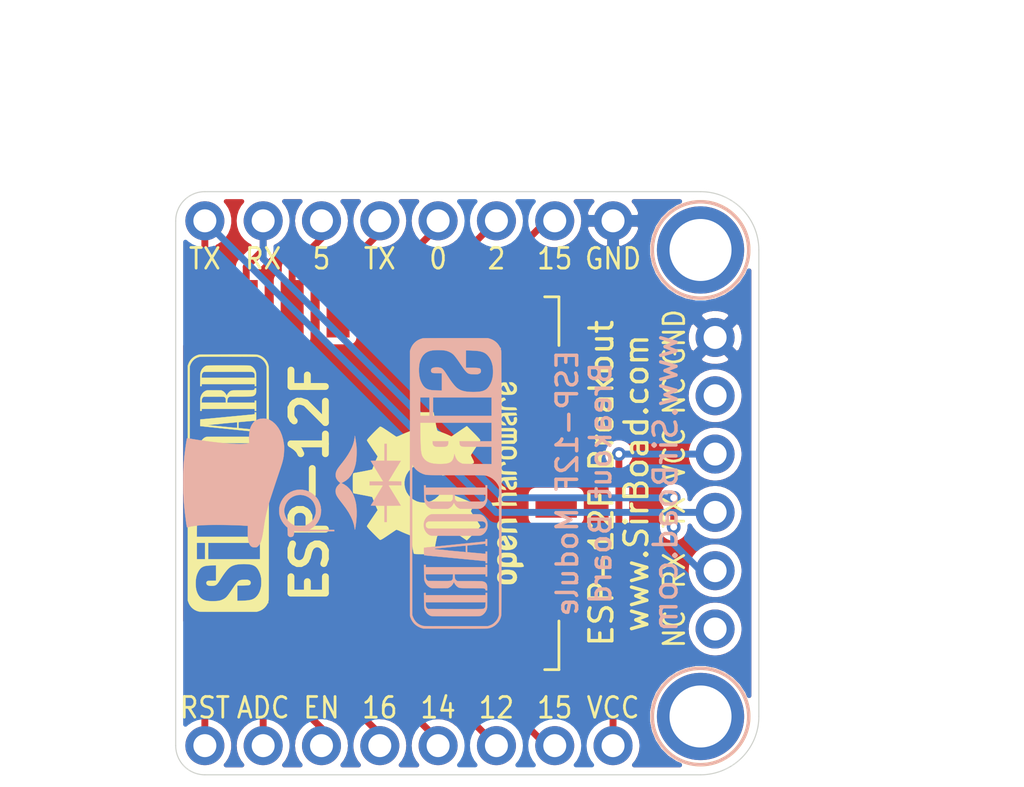
<source format=kicad_pcb>
(kicad_pcb (version 20171130) (host pcbnew "(5.1.2)-2")
  (title_block (title "ESP-12F Breakout") (date 2020-04-20) (rev 1) (company SirBoard) (comment 1 ESP8266) (comment 2 "DIP 2.54mm"))
  (layers (0 F.Cu signal) (31 B.Cu signal) (34 B.Paste user hide) (35 F.Paste user hide) (36 B.SilkS user) (37 F.SilkS user) (38 B.Mask user hide) (39 F.Mask user hide) (44 Edge.Cuts user))
  (net 0 "")
  (net 1 GND)
  (net 2 GPIO9)
  (net 3 MISO)
  (net 4 CS0)
  (net 5 VCC)
  (net 6 GPIO13)
  (net 7 GPIO12)
  (net 8 GPIO14)
  (net 9 GPI16)
  (net 10 EN)
  (net 11 ADC)
  (net 12 RST)
  (net 13 GPIO10)
  (net 14 MOSI)
  (net 15 SCLK)
  (net 16 GPIO15)
  (net 17 GPIO2)
  (net 18 GPIO0)
  (net 19 GPIO4)
  (net 20 GPIO5)
  (net 21 RX)
  (net 22 TXD)
  (net 23 "Net-(J3-Pad6)")
  (net 24 "Net-(J3-Pad2)")
  (module RF_Module:ESP-12E (layer F.Cu) (at 55.9816 38.2016 90)
    (fp_text reference ESP-12F (at 0 1.27 90) (layer F.SilkS) (effects (font (size 1.5 1.5) (thickness 0.3))))
    (fp_text value ESP-12F)
    (pad 22 smd rect (at 7.6 -3.5 90) (size 2.5 1) (layers F.Cu F.Paste F.Mask) (net 22 TXD))
    (pad 21 smd rect (at 7.6 -1.5 90) (size 2.5 1) (layers F.Cu F.Paste F.Mask) (net 21 RX))
    (pad 20 smd rect (at 7.6 0.5 90) (size 2.5 1) (layers F.Cu F.Paste F.Mask) (net 20 GPIO5))
    (pad 19 smd rect (at 7.6 2.5 90) (size 2.5 1) (layers F.Cu F.Paste F.Mask) (net 19 GPIO4))
    (pad 18 smd rect (at 7.6 4.5 90) (size 2.5 1) (layers F.Cu F.Paste F.Mask) (net 18 GPIO0))
    (pad 17 smd rect (at 7.6 6.5 90) (size 2.5 1) (layers F.Cu F.Paste F.Mask) (net 17 GPIO2))
    (pad 16 smd rect (at 7.6 8.5 90) (size 2.5 1) (layers F.Cu F.Paste F.Mask) (net 16 GPIO15))
    (pad 15 smd rect (at 7.6 10.5 90) (size 2.5 1) (layers F.Cu F.Paste F.Mask) (net 1 GND))
    (pad 14 smd rect (at 5 12 90) (size 1 1.8) (layers F.Cu F.Paste F.Mask) (net 15 SCLK))
    (pad 13 smd rect (at 3 12 90) (size 1 1.8) (layers F.Cu F.Paste F.Mask) (net 14 MOSI))
    (pad 12 smd rect (at 1 12 90) (size 1 1.8) (layers F.Cu F.Paste F.Mask) (net 13 GPIO10))
    (pad 11 smd rect (at -1 12 90) (size 1 1.8) (layers F.Cu F.Paste F.Mask) (net 2 GPIO9))
    (pad 10 smd rect (at -3 12 90) (size 1 1.8) (layers F.Cu F.Paste F.Mask) (net 3 MISO))
    (pad 9 smd rect (at -5 12 90) (size 1 1.8) (layers F.Cu F.Paste F.Mask) (net 4 CS0))
    (pad 8 smd rect (at -7.6 10.5 90) (size 2.5 1) (layers F.Cu F.Paste F.Mask) (net 5 VCC))
    (pad 7 smd rect (at -7.6 8.5 90) (size 2.5 1) (layers F.Cu F.Paste F.Mask) (net 6 GPIO13))
    (pad 6 smd rect (at -7.6 6.5 90) (size 2.5 1) (layers F.Cu F.Paste F.Mask) (net 7 GPIO12))
    (pad 5 smd rect (at -7.6 4.5 90) (size 2.5 1) (layers F.Cu F.Paste F.Mask) (net 8 GPIO14))
    (pad 4 smd rect (at -7.6 2.5 90) (size 2.5 1) (layers F.Cu F.Paste F.Mask) (net 9 GPI16))
    (pad 3 smd rect (at -7.6 0.5 90) (size 2.5 1) (layers F.Cu F.Paste F.Mask) (net 10 EN))
    (pad 2 smd rect (at -7.6 -1.5 90) (size 2.5 1) (layers F.Cu F.Paste F.Mask) (net 11 ADC))
    (pad 1 smd rect (at -7.6 -3.5 90) (size 2.5 1) (layers F.Cu F.Paste F.Mask) (net 12 RST))
  )
  (module logo:SirBoard112x35 (layer F.Cu) (at 53.6956 38.2016 90)
    (fp_text reference G*** hide)
    (fp_text value LOGO hide)
  )
  (module Connector_PinHeader_2.54mm:PinHeader_1x06_P2.54mm_Horizontal (layer F.Cu) (at 74.9046 31.8516)
    (fp_text reference J3 hide)
    (fp_text value Conn_01x06)
    (pad 6 thru_hole oval (at 0 12.7) (size 1.7 1.7) (drill 1) (layers *.Cu *.Mask) (net 23 "Net-(J3-Pad6)"))
    (pad 5 thru_hole oval (at 0 10.16) (size 1.7 1.7) (drill 1) (layers *.Cu *.Mask) (net 21 RX))
    (pad 4 thru_hole oval (at 0 7.62) (size 1.7 1.7) (drill 1) (layers *.Cu *.Mask) (net 22 TXD))
    (pad 3 thru_hole oval (at 0 5.08) (size 1.7 1.7) (drill 1) (layers *.Cu *.Mask) (net 5 VCC))
    (pad 2 thru_hole oval (at 0 2.54) (size 1.7 1.7) (drill 1) (layers *.Cu *.Mask) (net 24 "Net-(J3-Pad2)"))
    (pad 1 thru_hole circle (at 0 0) (size 1.7 1.7) (drill 1) (layers *.Cu *.Mask) (net 1 GND))
  )
  (module logo:SirBoard127x40 (layer B.Cu) (at 63.6016 38.2016 270)
    (fp_text reference G*** hide)
    (fp_text value LOGO hide)
  )
  (module Symbol:OSHW-Logo2_9.8x8mm_SilkScreen (layer F.Cu) (at 62.8396 38.2016 90)
    (fp_text reference REF** hide)
    (fp_text value OSHW-Logo2_9.8x8mm_SilkScreen hide)
  )
  (module logo:logo94x134 (layer B.Cu) (at 56.4896 38.2016 270)
    (fp_text reference G*** hide)
    (fp_text value LOGO hide)
  )
  (module Connector_PinHeader_2.54mm:PinHeader_1x08_P2.54mm_Vertical (layer F.Cu) (at 52.6796 49.6316 90)
    (fp_text reference J1 hide)
    (fp_text value Conn_01x08)
    (pad 8 thru_hole oval (at 0 17.78 90) (size 1.7 1.7) (drill 1) (layers *.Cu *.Mask) (net 5 VCC))
    (pad 7 thru_hole oval (at 0 15.24 90) (size 1.7 1.7) (drill 1) (layers *.Cu *.Mask) (net 6 GPIO13))
    (pad 6 thru_hole oval (at 0 12.7 90) (size 1.7 1.7) (drill 1) (layers *.Cu *.Mask) (net 7 GPIO12))
    (pad 5 thru_hole oval (at 0 10.16 90) (size 1.7 1.7) (drill 1) (layers *.Cu *.Mask) (net 8 GPIO14))
    (pad 4 thru_hole oval (at 0 7.62 90) (size 1.7 1.7) (drill 1) (layers *.Cu *.Mask) (net 9 GPI16))
    (pad 3 thru_hole oval (at 0 5.08 90) (size 1.7 1.7) (drill 1) (layers *.Cu *.Mask) (net 10 EN))
    (pad 2 thru_hole oval (at 0 2.54 90) (size 1.7 1.7) (drill 1) (layers *.Cu *.Mask) (net 11 ADC))
    (pad 1 thru_hole circle (at 0 0 90) (size 1.7 1.7) (drill 1) (layers *.Cu *.Mask) (net 12 RST))
  )
  (module Connector_PinHeader_2.54mm:PinHeader_1x08_P2.54mm_Vertical (layer F.Cu) (at 52.6796 26.7716 90)
    (fp_text reference J2 hide)
    (fp_text value Conn_01x08)
    (pad 8 thru_hole oval (at 0 17.78 90) (size 1.7 1.7) (drill 1) (layers *.Cu *.Mask) (net 1 GND))
    (pad 7 thru_hole oval (at 0 15.24 90) (size 1.7 1.7) (drill 1) (layers *.Cu *.Mask) (net 16 GPIO15))
    (pad 6 thru_hole oval (at 0 12.7 90) (size 1.7 1.7) (drill 1) (layers *.Cu *.Mask) (net 17 GPIO2))
    (pad 5 thru_hole oval (at 0 10.16 90) (size 1.7 1.7) (drill 1) (layers *.Cu *.Mask) (net 18 GPIO0))
    (pad 4 thru_hole oval (at 0 7.62 90) (size 1.7 1.7) (drill 1) (layers *.Cu *.Mask) (net 19 GPIO4))
    (pad 3 thru_hole oval (at 0 5.08 90) (size 1.7 1.7) (drill 1) (layers *.Cu *.Mask) (net 20 GPIO5))
    (pad 2 thru_hole oval (at 0 2.54 90) (size 1.7 1.7) (drill 1) (layers *.Cu *.Mask) (net 21 RX))
    (pad 1 thru_hole circle (at 0 0 90) (size 1.7 1.7) (drill 1) (layers *.Cu *.Mask) (net 22 TXD))
  )
  (module SirBoardLibrary:MountingHole_M2.5_SirBoard (layer F.Cu) (at 74.2696 48.3616 90)
    (fp_text reference H4 hide)
    (fp_text value MountingHole)
    (pad 1 thru_hole circle (at 0 0 90) (size 3.8 3.8) (drill 2.7) (layers *.Cu *.Mask))
  )
  (module SirBoardLibrary:MountingHole_M2.5_SirBoard (layer F.Cu) (at 74.2696 28.0416 90)
    (fp_text reference H2 hide)
    (fp_text value MountingHole)
    (pad 1 thru_hole circle (at 0 0 90) (size 3.8 3.8) (drill 2.7) (layers *.Cu *.Mask))
  )
  (gr_arc (start 52.6796 49.6316) (end 51.4096 49.6316) (angle -90) (layer Edge.Cuts) (width 0.05))
  (gr_line (start 51.4096 26.7716) (end 51.4096 49.6316) (layer Edge.Cuts) (width 0.05))
  (gr_arc (start 52.6796 26.7716) (end 52.6796 25.5016) (angle -90) (layer Edge.Cuts) (width 0.05))
  (gr_line (start 74.2696 25.5016) (end 52.6796 25.5016) (layer Edge.Cuts) (width 0.05))
  (gr_text www.SirBoad.com (at 71.4756 38.2016 90) (layer F.SilkS) (effects (font (size 1 1))))
  (gr_text "ESP-12F Breakout" (at 69.9516 38.2016 90) (layer F.SilkS) (effects (font (size 1 1))))
  (gr_text www.SirBoad.com (at 72.7456 38.2016 90) (layer B.SilkS) (effects (font (size 1 1)) (justify mirror)))
  (gr_text "ESP-12F Module\nBreakout Board" (at 69.1896 38.2016 90) (layer B.SilkS) (effects (font (size 0.9 0.9)) (justify mirror)))
  (gr_text NC (at 73.1266 44.5516 90) (layer F.SilkS) (effects (font (size 0.9 0.8) (thickness 0.12))))
  (gr_text NC (at 73.1266 34.3916 90) (layer F.SilkS) (effects (font (size 0.9 0.8) (thickness 0.12))))
  (gr_text GND (at 73.1266 31.8516 90) (layer F.SilkS) (effects (font (size 0.9 0.8) (thickness 0.12))))
  (gr_text VCC (at 73.1266 36.9316 90) (layer F.SilkS) (effects (font (size 0.9 0.8) (thickness 0.12))))
  (gr_text TX (at 73.1266 39.4716 90) (layer F.SilkS) (effects (font (size 0.9 0.8) (thickness 0.12))))
  (gr_text RX (at 73.1266 42.0116 90) (layer F.SilkS) (effects (font (size 0.9 0.8) (thickness 0.12))))
  (gr_text VCC (at 70.4596 47.9806) (layer F.SilkS) (effects (font (size 0.9 0.8) (thickness 0.12))))
  (gr_text 15 (at 67.9196 47.9806) (layer F.SilkS) (effects (font (size 0.9 0.8) (thickness 0.12))))
  (gr_text 12 (at 65.3796 47.9806) (layer F.SilkS) (effects (font (size 0.9 0.8) (thickness 0.12))))
  (gr_text 14 (at 62.8396 47.9806) (layer F.SilkS) (effects (font (size 0.9 0.8) (thickness 0.12))))
  (gr_text 16 (at 60.2996 47.9806) (layer F.SilkS) (effects (font (size 0.9 0.8) (thickness 0.12))))
  (gr_text EN (at 57.7596 47.9806) (layer F.SilkS) (effects (font (size 0.9 0.8) (thickness 0.12))))
  (gr_text ADC (at 55.2196 47.9806) (layer F.SilkS) (effects (font (size 0.9 0.8) (thickness 0.12))))
  (gr_text RST (at 52.6796 47.9806) (layer F.SilkS) (effects (font (size 0.9 0.8) (thickness 0.12))))
  (gr_text GND (at 70.4596 28.4226) (layer F.SilkS) (effects (font (size 0.9 0.8) (thickness 0.12))))
  (gr_text 15 (at 67.9196 28.4226) (layer F.SilkS) (effects (font (size 0.9 0.8) (thickness 0.12))))
  (gr_text 2 (at 65.3796 28.4226) (layer F.SilkS) (effects (font (size 0.9 0.8) (thickness 0.12))))
  (gr_text 0 (at 62.8396 28.4226) (layer F.SilkS) (effects (font (size 0.9 0.8) (thickness 0.12))))
  (gr_text TX (at 60.2996 28.4226) (layer F.SilkS) (effects (font (size 0.9 0.8) (thickness 0.12))))
  (gr_text 5 (at 57.7596 28.4226) (layer F.SilkS) (effects (font (size 0.9 0.8) (thickness 0.12))))
  (gr_text RX (at 55.2196 28.4226) (layer F.SilkS) (effects (font (size 0.9 0.8) (thickness 0.12))))
  (gr_text TX (at 52.6796 28.4226) (layer F.SilkS) (effects (font (size 0.9 0.8) (thickness 0.12))))
  (gr_line (start 74.2696 50.9016) (end 52.6796 50.9016) (layer Edge.Cuts) (width 0.05))
  (gr_line (start 76.8096 28.0416) (end 76.8096 48.3616) (layer Edge.Cuts) (width 0.05))
  (gr_arc (start 74.2696 28.0416) (end 76.8096 28.0416) (angle -90) (layer Edge.Cuts) (width 0.05))
  (gr_arc (start 74.2696 48.3616) (end 74.2696 50.9016) (angle -90) (layer Edge.Cuts) (width 0.05))
  (segment (start 66.4816 45.8016) (end 67.8996 45.8016) (width 0.3) (layer F.Cu) (net 5))
  (segment (start 70.4596 48.3616) (end 70.4596 49.6316) (width 0.3) (layer F.Cu) (net 5))
  (segment (start 67.8996 45.8016) (end 70.4596 48.3616) (width 0.3) (layer F.Cu) (net 5))
  (segment (start 67.8996 45.8016) (end 67.9396 45.8016) (width 0.3) (layer F.Cu) (net 5))
  (via (at 70.7136 36.9316) (size 0.6) (drill 0.3) (layers F.Cu B.Cu) (net 5))
  (segment (start 67.9396 45.8016) (end 70.7136 43.0276) (width 0.3) (layer F.Cu) (net 5))
  (segment (start 70.7136 43.0276) (end 70.7136 36.9316) (width 0.3) (layer F.Cu) (net 5))
  (segment (start 70.7136 36.9316) (end 74.9046 36.9316) (width 0.3) (layer B.Cu) (net 5))
  (segment (start 67.5616 49.6316) (end 67.9196 49.6316) (width 0.3) (layer F.Cu) (net 6))
  (segment (start 64.4816 46.5516) (end 67.5616 49.6316) (width 0.3) (layer F.Cu) (net 6))
  (segment (start 64.4816 45.8016) (end 64.4816 46.5516) (width 0.3) (layer F.Cu) (net 6))
  (segment (start 62.4816 46.7336) (end 65.3796 49.6316) (width 0.3) (layer F.Cu) (net 7))
  (segment (start 62.4816 45.8016) (end 62.4816 46.7336) (width 0.3) (layer F.Cu) (net 7))
  (segment (start 62.8396 49.3776) (end 62.8396 49.6316) (width 0.3) (layer F.Cu) (net 8))
  (segment (start 60.4816 45.8016) (end 60.4816 47.0196) (width 0.3) (layer F.Cu) (net 8))
  (segment (start 60.4816 47.0196) (end 62.8396 49.3776) (width 0.3) (layer F.Cu) (net 8))
  (segment (start 60.2996 49.1236) (end 60.2996 49.6316) (width 0.3) (layer F.Cu) (net 9))
  (segment (start 58.4816 45.8016) (end 58.4816 47.3056) (width 0.3) (layer F.Cu) (net 9))
  (segment (start 58.4816 47.3056) (end 60.2996 49.1236) (width 0.3) (layer F.Cu) (net 9))
  (segment (start 56.4816 47.5916) (end 56.4816 45.8016) (width 0.3) (layer F.Cu) (net 10))
  (segment (start 57.7596 49.6316) (end 57.7596 48.8696) (width 0.3) (layer F.Cu) (net 10))
  (segment (start 57.7596 48.8696) (end 56.4816 47.5916) (width 0.3) (layer F.Cu) (net 10))
  (segment (start 55.2196 49.6316) (end 55.2196 48.3616) (width 0.3) (layer F.Cu) (net 11))
  (segment (start 54.4816 47.6236) (end 54.4816 45.8016) (width 0.3) (layer F.Cu) (net 11))
  (segment (start 55.2196 48.3616) (end 54.4816 47.6236) (width 0.3) (layer F.Cu) (net 11))
  (segment (start 52.4816 47.7976) (end 52.4816 45.8016) (width 0.3) (layer F.Cu) (net 12))
  (segment (start 52.6796 49.6316) (end 52.6796 47.9956) (width 0.3) (layer F.Cu) (net 12))
  (segment (start 52.6796 47.9956) (end 52.4816 47.7976) (width 0.3) (layer F.Cu) (net 12))
  (segment (start 67.5616 26.7716) (end 67.9196 26.7716) (width 0.3) (layer F.Cu) (net 16))
  (segment (start 64.4816 29.8516) (end 67.5616 26.7716) (width 0.3) (layer F.Cu) (net 16))
  (segment (start 64.4816 30.6016) (end 64.4816 29.8516) (width 0.3) (layer F.Cu) (net 16))
  (segment (start 62.4816 29.6696) (end 65.3796 26.7716) (width 0.3) (layer F.Cu) (net 17))
  (segment (start 62.4816 30.6016) (end 62.4816 29.6696) (width 0.3) (layer F.Cu) (net 17))
  (segment (start 62.8396 27.0256) (end 62.8396 26.7716) (width 0.3) (layer F.Cu) (net 18))
  (segment (start 60.4816 30.6016) (end 60.4816 29.3836) (width 0.3) (layer F.Cu) (net 18))
  (segment (start 60.4816 29.3836) (end 62.8396 27.0256) (width 0.3) (layer F.Cu) (net 18))
  (segment (start 60.2996 27.2796) (end 60.2996 26.7716) (width 0.3) (layer F.Cu) (net 19))
  (segment (start 58.4816 30.6016) (end 58.4816 29.0976) (width 0.3) (layer F.Cu) (net 19))
  (segment (start 58.4816 29.0976) (end 60.2996 27.2796) (width 0.3) (layer F.Cu) (net 19))
  (segment (start 57.7596 27.5336) (end 57.7596 26.7716) (width 0.3) (layer F.Cu) (net 20))
  (segment (start 56.4816 30.6016) (end 56.4816 28.8116) (width 0.3) (layer F.Cu) (net 20))
  (segment (start 56.4816 28.8116) (end 57.7596 27.5336) (width 0.3) (layer F.Cu) (net 20))
  (via (at 73.1012 38.8366) (size 0.6) (drill 0.3) (layers F.Cu B.Cu) (net 21))
  (via (at 73.1012 40.1066) (size 0.6) (drill 0.3) (layers F.Cu B.Cu) (net 21))
  (segment (start 73.1012 38.8366) (end 73.1012 40.1066) (width 0.3) (layer F.Cu) (net 21))
  (segment (start 65.6336 38.8366) (end 73.1012 38.8366) (width 0.3) (layer B.Cu) (net 21))
  (segment (start 55.2196 26.7716) (end 55.2196 28.4226) (width 0.3) (layer B.Cu) (net 21))
  (segment (start 55.2196 28.4226) (end 65.6336 38.8366) (width 0.3) (layer B.Cu) (net 21))
  (segment (start 74.2696 42.0116) (end 74.93 42.0116) (width 0.3) (layer B.Cu) (net 21))
  (segment (start 73.1012 40.1066) (end 73.1012 40.8432) (width 0.3) (layer B.Cu) (net 21))
  (segment (start 73.1012 40.8432) (end 74.2696 42.0116) (width 0.3) (layer B.Cu) (net 21))
  (segment (start 55.2196 28.0416) (end 55.2196 26.7716) (width 0.3) (layer F.Cu) (net 21))
  (segment (start 54.4816 30.6016) (end 54.4816 28.7796) (width 0.3) (layer F.Cu) (net 21))
  (segment (start 54.4816 28.7796) (end 55.2196 28.0416) (width 0.3) (layer F.Cu) (net 21))
  (segment (start 52.6796 26.7716) (end 65.3796 39.4716) (width 0.3) (layer B.Cu) (net 22))
  (segment (start 65.3796 39.4716) (end 74.93 39.4716) (width 0.3) (layer B.Cu) (net 22))
  (segment (start 52.4816 30.6016) (end 52.4816 28.4936) (width 0.3) (layer F.Cu) (net 22))
  (segment (start 52.6796 28.2956) (end 52.6796 26.7716) (width 0.3) (layer F.Cu) (net 22))
  (segment (start 52.4816 28.4936) (end 52.6796 28.2956) (width 0.3) (layer F.Cu) (net 22))
  (zone (net 1) (net_name GND) (layer F.Cu) (connect_pads (clearance 0.3)) (min_thickness 0.2) (fill yes (arc_segments 32) (thermal_gap 0.3) (thermal_bridge_width 0.508))
    (polygon (pts (xy 51.4096 25.5016) (xy 76.8096 25.5016) (xy 76.8096 50.9016) (xy 51.4096 50.9016)))
  )
  (zone (net 1) (net_name GND) (layer B.Cu) (connect_pads (clearance 0.3)) (min_thickness 0.2) (fill yes (arc_segments 32) (thermal_gap 0.3) (thermal_bridge_width 0.508))
    (polygon (pts (xy 51.4096 25.5016) (xy 76.8096 25.5016) (xy 76.8096 50.9016) (xy 51.4096 50.9016)))
  )
)
</source>
